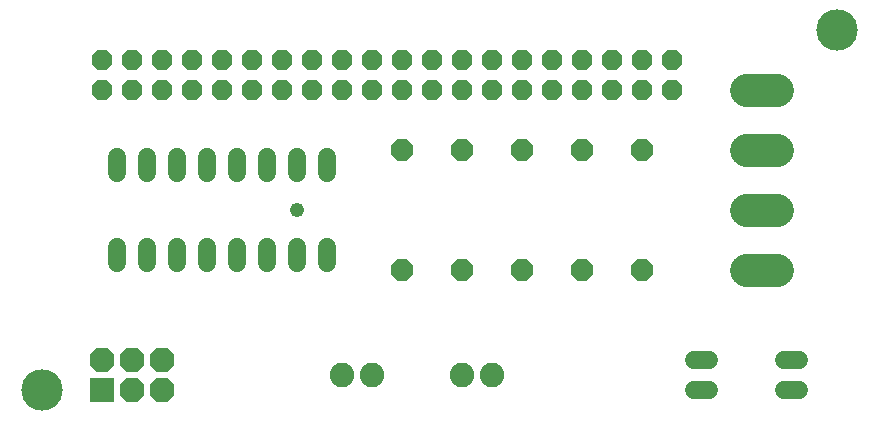
<source format=gbs>
G75*
%MOIN*%
%OFA0B0*%
%FSLAX25Y25*%
%IPPOS*%
%LPD*%
%AMOC8*
5,1,8,0,0,1.08239X$1,22.5*
%
%ADD10C,0.08200*%
%ADD11C,0.06000*%
%ADD12OC8,0.06800*%
%ADD13R,0.08200X0.08200*%
%ADD14OC8,0.08200*%
%ADD15C,0.11036*%
%ADD16OC8,0.07400*%
%ADD17C,0.13800*%
%ADD18C,0.04800*%
D10*
X0121800Y0036800D03*
X0131800Y0036800D03*
X0161800Y0036800D03*
X0171800Y0036800D03*
D11*
X0116800Y0074200D02*
X0116800Y0079400D01*
X0106800Y0079400D02*
X0106800Y0074200D01*
X0096800Y0074200D02*
X0096800Y0079400D01*
X0086800Y0079400D02*
X0086800Y0074200D01*
X0076800Y0074200D02*
X0076800Y0079400D01*
X0066800Y0079400D02*
X0066800Y0074200D01*
X0056800Y0074200D02*
X0056800Y0079400D01*
X0046800Y0079400D02*
X0046800Y0074200D01*
X0046800Y0104200D02*
X0046800Y0109400D01*
X0056800Y0109400D02*
X0056800Y0104200D01*
X0066800Y0104200D02*
X0066800Y0109400D01*
X0076800Y0109400D02*
X0076800Y0104200D01*
X0086800Y0104200D02*
X0086800Y0109400D01*
X0096800Y0109400D02*
X0096800Y0104200D01*
X0106800Y0104200D02*
X0106800Y0109400D01*
X0116800Y0109400D02*
X0116800Y0104200D01*
X0239200Y0041800D02*
X0244400Y0041800D01*
X0244400Y0031800D02*
X0239200Y0031800D01*
X0269200Y0031800D02*
X0274400Y0031800D01*
X0274400Y0041800D02*
X0269200Y0041800D01*
D12*
X0231800Y0131800D03*
X0221800Y0131800D03*
X0211800Y0131800D03*
X0201800Y0131800D03*
X0191800Y0131800D03*
X0181800Y0131800D03*
X0171800Y0131800D03*
X0161800Y0131800D03*
X0151800Y0131800D03*
X0141800Y0131800D03*
X0131800Y0131800D03*
X0121800Y0131800D03*
X0111800Y0131800D03*
X0101800Y0131800D03*
X0091800Y0131800D03*
X0081800Y0131800D03*
X0071800Y0131800D03*
X0061800Y0131800D03*
X0051800Y0131800D03*
X0041800Y0131800D03*
X0041800Y0141800D03*
X0051800Y0141800D03*
X0061800Y0141800D03*
X0071800Y0141800D03*
X0081800Y0141800D03*
X0091800Y0141800D03*
X0101800Y0141800D03*
X0111800Y0141800D03*
X0121800Y0141800D03*
X0131800Y0141800D03*
X0141800Y0141800D03*
X0151800Y0141800D03*
X0161800Y0141800D03*
X0171800Y0141800D03*
X0181800Y0141800D03*
X0191800Y0141800D03*
X0201800Y0141800D03*
X0211800Y0141800D03*
X0221800Y0141800D03*
X0231800Y0141800D03*
D13*
X0041800Y0031800D03*
D14*
X0051800Y0031800D03*
X0061800Y0031800D03*
X0061800Y0041800D03*
X0051800Y0041800D03*
X0041800Y0041800D03*
D15*
X0256682Y0071800D02*
X0266918Y0071800D01*
X0266918Y0091800D02*
X0256682Y0091800D01*
X0256682Y0111800D02*
X0266918Y0111800D01*
X0266918Y0131800D02*
X0256682Y0131800D01*
D16*
X0221800Y0111800D03*
X0201800Y0111800D03*
X0181800Y0111800D03*
X0161800Y0111800D03*
X0141800Y0111800D03*
X0141800Y0071800D03*
X0161800Y0071800D03*
X0181800Y0071800D03*
X0201800Y0071800D03*
X0221800Y0071800D03*
D17*
X0021800Y0031800D03*
X0286800Y0151800D03*
D18*
X0106800Y0091800D03*
M02*

</source>
